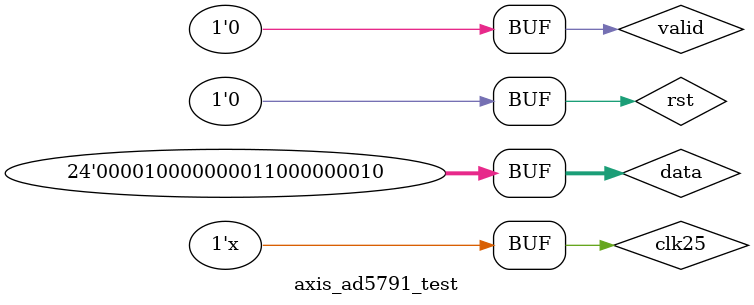
<source format=v>
`timescale 1ns / 1ps


module axis_ad5791_test (   );
    localparam DATA_WIDTH = 24;

    // CLK & RST
    reg clk25;
    reg rst;
        
    // AXIS Master side
    reg [DATA_WIDTH-1:0]   data;
    reg                    valid;
    wire                   ready;
        
    // ADC Connections
    wire               dac_sclk;      // Serial Clock Out
    wire               dac_sdi;       // Serial Data In
    wire               dac_syncn;     // Frame Sync Out, negated
    
    axis_AD5791 #(
        .AXIS_DATA_WIDTH(DATA_WIDTH)
    ) DUT (
        .s_axis_aclk(clk25),
        .s_axis_aresetn(~rst),
            
        // AXI-Stream
        .s_axis_tdata(data), 
        .s_axis_tvalid(valid),
        .s_axis_tready(ready),
             
        // DAC Connections
        .dac_sclk(dac_sclk),
        .dac_sdi(dac_sdi),
        .dac_syncn(dac_syncn)
    );
        
    initial begin
        // init
        clk25 = 0;
        rst = 1;
        data = 32'h0000;
        valid = 0;
                    
        // reset
        #40 rst = 0;
            
        #40 data = 24'b000010000000011000000001;
        #40 valid = 1;
        #40 valid = 0;
        
        #900 data = 24'b000010000000011000000010;
        #40 valid = 1;
        #60  valid = 0;
    end
        
    // Generate CLK 25 MHz
    always
    begin
        #20
        clk25 = ~clk25;
    end
endmodule

</source>
